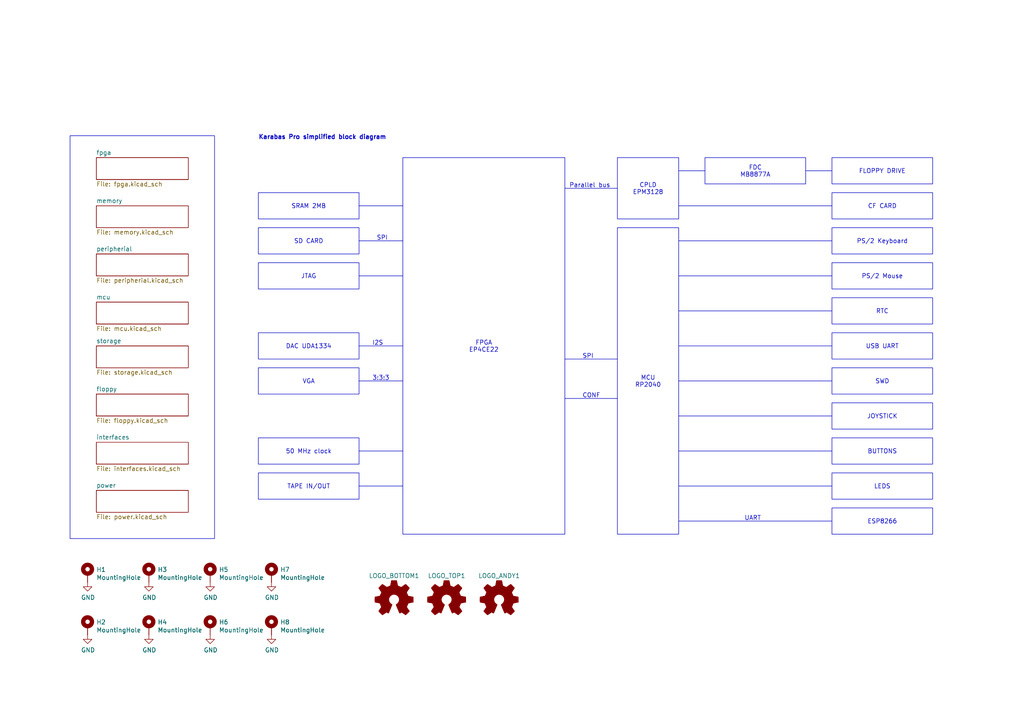
<source format=kicad_sch>
(kicad_sch (version 20250114) (generator "eeschema") (generator_version "9.0")
  (paper "A4")
  (title_block (title "Karabas Pro") (date "2024-05-01") (rev "F"))
  (lib_symbols
    (symbol "Graphic:Logo_Open_Hardware_Small" (in_bom no) (on_board no)
      (symbol "Logo_Open_Hardware_Small_0_1"
        (polyline (pts (xy 3.3528 -4.3434) (xy 3.302 -4.318) (xy 3.175 -4.2418) (xy 2.9972 -4.1148) (xy 2.7686 -3.9624) (xy 2.54 -3.81) (xy 2.3622 -3.7084) (xy 2.2352 -3.6068) (xy 2.1844 -3.5814) (xy 2.159 -3.6068) (xy 2.0574 -3.6576) (xy 1.905 -3.7338) (xy 1.8034 -3.7846) (xy 1.6764 -3.8354) (xy 1.6002 -3.8354) (xy 1.6002 -3.8354) (xy 1.5494 -3.7338) (xy 1.4732 -3.5306) (xy 1.3462 -3.302) (xy 1.2446 -3.0226) (xy 1.1176 -2.7178) (xy 0.9652 -2.413) (xy 0.8636 -2.1082) (xy 0.7366 -1.8288) (xy 0.6604 -1.6256) (xy 0.6096 -1.4732) (xy 0.5842 -1.397) (xy 0.5842 -1.397) (xy 0.6604 -1.3208) (xy 0.7874 -1.2446) (xy 1.0414 -1.016) (xy 1.2954 -0.6858) (xy 1.4478 -0.3302) (xy 1.524 0.0762) (xy 1.4732 0.4572) (xy 1.3208 0.8128) (xy 1.0668 1.143) (xy 0.762 1.3716) (xy 0.4064 1.524) (xy 0 1.5748) (xy -0.381 1.5494) (xy -0.7366 1.397) (xy -1.0668 1.143) (xy -1.2192 0.9906) (xy -1.397 0.6604) (xy -1.524 0.3048) (xy -1.524 0.2286) (xy -1.4986 -0.1778) (xy -1.397 -0.5334) (xy -1.1938 -0.8636) (xy -0.9144 -1.143) (xy -0.8636 -1.1684) (xy -0.7366 -1.27) (xy -0.635 -1.3462) (xy -0.5842 -1.397) (xy -1.0668 -2.5908) (xy -1.143 -2.794) (xy -1.2954 -3.1242) (xy -1.397 -3.4036) (xy -1.4986 -3.6322) (xy -1.5748 -3.7846) (xy -1.6002 -3.8354) (xy -1.6002 -3.8354) (xy -1.651 -3.8354) (xy -1.7272 -3.81) (xy -1.905 -3.7338) (xy -2.0066 -3.683) (xy -2.1336 -3.6068) (xy -2.2098 -3.5814) (xy -2.2606 -3.6068) (xy -2.3622 -3.683) (xy -2.54 -3.81) (xy -2.7686 -3.9624) (xy -2.9718 -4.0894) (xy -3.1496 -4.2164) (xy -3.302 -4.318) (xy -3.3528 -4.3434) (xy -3.3782 -4.3434) (xy -3.429 -4.318) (xy -3.5306 -4.2164) (xy -3.7084 -4.064) (xy -3.937 -3.8354) (xy -3.9624 -3.81) (xy -4.1656 -3.6068) (xy -4.318 -3.4544) (xy -4.4196 -3.3274) (xy -4.445 -3.2766) (xy -4.445 -3.2766) (xy -4.4196 -3.2258) (xy -4.318 -3.0734) (xy -4.2164 -2.8956) (xy -4.064 -2.667) (xy -3.6576 -2.0828) (xy -3.8862 -1.5494) (xy -3.937 -1.3716) (xy -4.0386 -1.1684) (xy -4.0894 -1.0414) (xy -4.1148 -0.9652) (xy -4.191 -0.9398) (xy -4.318 -0.9144) (xy -4.5466 -0.8636) (xy -4.8006 -0.8128) (xy -5.0546 -0.7874) (xy -5.2578 -0.7366) (xy -5.4356 -0.7112) (xy -5.5118 -0.6858) (xy -5.5118 -0.6858) (xy -5.5372 -0.635) (xy -5.5372 -0.5588) (xy -5.5372 -0.4318) (xy -5.5626 -0.2286) (xy -5.5626 0.0762) (xy -5.5626 0.127) (xy -5.5372 0.4064) (xy -5.5372 0.635) (xy -5.5372 0.762) (xy -5.5372 0.8382) (xy -5.5372 0.8382) (xy -5.461 0.8382) (xy -5.3086 0.889) (xy -5.08 0.9144) (xy -4.826 0.9652) (xy -4.8006 0.9906) (xy -4.5466 1.0414) (xy -4.318 1.0668) (xy -4.1656 1.1176) (xy -4.0894 1.143) (xy -4.0894 1.143) (xy -4.0386 1.2446) (xy -3.9624 1.4224) (xy -3.8608 1.6256) (xy -3.7846 1.8288) (xy -3.7084 2.0066) (xy -3.6576 2.159) (xy -3.6322 2.2098) (xy -3.6322 2.2098) (xy -3.683 2.286) (xy -3.7592 2.413) (xy -3.8862 2.5908) (xy -4.064 2.8194) (xy -4.064 2.8448) (xy -4.2164 3.0734) (xy -4.3434 3.2512) (xy -4.4196 3.3782) (xy -4.445 3.4544) (xy -4.445 3.4544) (xy -4.3942 3.5052) (xy -4.2926 3.6322) (xy -4.1148 3.81) (xy -3.937 4.0132) (xy -3.8608 4.064) (xy -3.6576 4.2926) (xy -3.5052 4.4196) (xy -3.4036 4.4958) (xy -3.3528 4.5212) (xy -3.3528 4.5212) (xy -3.302 4.4704) (xy -3.1496 4.3688) (xy -2.9718 4.2418) (xy -2.7432 4.0894) (xy -2.7178 4.0894) (xy -2.4892 3.937) (xy -2.3114 3.81) (xy -2.1844 3.7084) (xy -2.1336 3.683) (xy -2.1082 3.683) (xy -2.032 3.7084) (xy -1.8542 3.7592) (xy -1.6764 3.8354) (xy -1.4732 3.937) (xy -1.27 4.0132) (xy -1.143 4.064) (xy -1.0668 4.1148) (xy -1.0668 4.1148) (xy -1.0414 4.191) (xy -1.016 4.3434) (xy -0.9652 4.572) (xy -0.9144 4.8514) (xy -0.889 4.9022) (xy -0.8382 5.1562) (xy -0.8128 5.3848) (xy -0.7874 5.5372) (xy -0.762 5.588) (xy -0.7112 5.6134) (xy -0.5842 5.6134) (xy -0.4064 5.6134) (xy -0.1524 5.6134) (xy 0.0762 5.6134) (xy 0.3302 5.6134) (xy 0.5334 5.6134) (xy 0.6858 5.588) (xy 0.7366 5.588) (xy 0.7366 5.588) (xy 0.762 5.5118) (xy 0.8128 5.334) (xy 0.8382 5.1054) (xy 0.9144 4.826) (xy 0.9144 4.7752) (xy 0.9652 4.5212) (xy 1.016 4.2926) (xy 1.0414 4.1402) (xy 1.0668 4.0894) (xy 1.0668 4.0894) (xy 1.1938 4.0386) (xy 1.3716 3.9624) (xy 1.5748 3.8608) (xy 2.0828 3.6576) (xy 2.7178 4.0894) (xy 2.7686 4.1402) (xy 2.9972 4.2926) (xy 3.175 4.4196) (xy 3.302 4.4958) (xy 3.3782 4.5212) (xy 3.3782 4.5212) (xy 3.429 4.4704) (xy 3.556 4.3434) (xy 3.7338 4.191) (xy 3.9116 3.9878) (xy 4.064 3.8354) (xy 4.2418 3.6576) (xy 4.3434 3.556) (xy 4.4196 3.4798) (xy 4.4196 3.429) (xy 4.4196 3.4036) (xy 4.3942 3.3274) (xy 4.2926 3.2004) (xy 4.1656 2.9972) (xy 4.0132 2.794) (xy 3.8862 2.5908) (xy 3.7592 2.3876) (xy 3.6576 2.2352) (xy 3.6322 2.159) (xy 3.6322 2.1336) (xy 3.683 2.0066) (xy 3.7592 1.8288) (xy 3.8608 1.6002) (xy 4.064 1.1176) (xy 4.3942 1.0414) (xy 4.5974 1.016) (xy 4.8768 0.9652) (xy 5.1308 0.9144) (xy 5.5372 0.8382) (xy 5.5626 -0.6604) (xy 5.4864 -0.6858) (xy 5.4356 -0.6858) (xy 5.2832 -0.7366) (xy 5.0546 -0.762) (xy 4.8006 -0.8128) (xy 4.5974 -0.8636) (xy 4.3688 -0.9144) (xy 4.2164 -0.9398) (xy 4.1402 -0.9398) (xy 4.1148 -0.9652) (xy 4.064 -1.0668) (xy 3.9878 -1.2446) (xy 3.9116 -1.4478) (xy 3.81 -1.651) (xy 3.7338 -1.8542) (xy 3.683 -2.0066) (xy 3.6576 -2.0828) (xy 3.683 -2.1336) (xy 3.7846 -2.2606) (xy 3.8862 -2.4638) (xy 4.0386 -2.667) (xy 4.191 -2.8956) (xy 4.318 -3.0734) (xy 4.3942 -3.2004) (xy 4.445 -3.2766) (xy 4.4196 -3.3274) (xy 4.3434 -3.429) (xy 4.1656 -3.5814) (xy 3.937 -3.8354) (xy 3.8862 -3.8608) (xy 3.683 -4.064) (xy 3.5306 -4.2164) (xy 3.4036 -4.318) (xy 3.3528 -4.3434)) (fill (type outline)))
      )
    )
    (symbol "Mechanical:MountingHole_Pad" (pin_numbers (hide yes)) (pin_names (offset 1.016) (hide yes))
      (property "Reference" "H" (at 0 6.35 0))
      (property "Value" "MountingHole_Pad" (at 0 4.445 0))
      (symbol "MountingHole_Pad_0_1"
        (circle (center 0 1.27) (radius 1.27) (stroke (width 1.27)))
      )
      (symbol "MountingHole_Pad_1_1"
        (pin input line (at 0 -2.54 90) (length 2.54) (name "1") (number "1"))
      )
    )
    (symbol "power:GND" (power) (pin_names (offset 0))
      (property "Value" "GND" (at 0 -3.81 0))
      (symbol "GND_0_1"
        (polyline (pts (xy 0 0) (xy 0 -1.27) (xy 1.27 -1.27) (xy 0 -2.54) (xy -1.27 -1.27) (xy 0 -1.27)))
      )
      (symbol "GND_1_1"
        (pin power_in line (at 0 0 270) (length 0) (hide yes) (name "GND") (number "1"))
      )
    )
  )
  (rectangle (start 20.32 39.37) (end 62.23 156.21))
  (rectangle (start 104.14 59.69) (end 116.84 59.69))
  (rectangle (start 163.83 115.57) (end 179.07 115.57))
  (rectangle (start 104.14 140.97) (end 116.84 140.97))
  (rectangle (start 104.14 100.33) (end 116.84 100.33))
  (rectangle (start 196.85 140.97) (end 241.3 140.97))
  (rectangle (start 196.85 110.49) (end 241.3 110.49))
  (rectangle (start 196.85 59.69) (end 241.3 59.69))
  (rectangle (start 196.85 120.65) (end 241.3 120.65))
  (rectangle (start 196.85 90.17) (end 241.3 90.17))
  (rectangle (start 196.85 80.01) (end 241.3 80.01))
  (rectangle (start 233.68 49.53) (end 241.3 49.53))
  (rectangle (start 163.83 104.14) (end 179.07 104.14))
  (rectangle (start 196.85 100.33) (end 241.3 100.33))
  (rectangle (start 104.14 80.01) (end 116.84 80.01))
  (rectangle (start 196.85 49.53) (end 204.47 49.53))
  (rectangle (start 104.14 130.81) (end 116.84 130.81))
  (rectangle (start 196.85 151.13) (end 241.3 151.13))
  (rectangle (start 104.14 110.49) (end 116.84 110.49))
  (rectangle (start 104.14 69.85) (end 116.84 69.85))
  (rectangle (start 163.83 54.61) (end 179.07 54.61))
  (rectangle (start 196.85 130.81) (end 241.3 130.81))
  (rectangle (start 196.85 69.85) (end 241.3 69.85))
  (text "I2S" (at 107.95 100.33 0) (effects (font (size 1.27 1.27)) (justify left bottom)))
  (text "Parallel bus" (at 165.1 54.61 0) (effects (font (size 1.27 1.27)) (justify left bottom)))
  (text "3:3:3" (at 107.95 110.49 0) (effects (font (size 1.27 1.27)) (justify left bottom)))
  (text "Karabas Pro simplified block diagram" (at 74.93 40.64 0) (effects (font (size 1.27 1.27) (thickness 0.254) (bold yes)) (justify left bottom)))
  (text "UART" (at 215.9 151.13 0) (effects (font (size 1.27 1.27)) (justify left bottom)))
  (text "SPI" (at 109.22 69.85 0) (effects (font (size 1.27 1.27)) (justify left bottom)))
  (text "SPI" (at 168.91 104.14 0) (effects (font (size 1.27 1.27)) (justify left bottom)))
  (text "CONF" (at 168.91 115.57 0) (effects (font (size 1.27 1.27)) (justify left bottom)))
  (text_box "PS/2 Keyboard" (at 241.3 66.04 0) (size 29.21 7.62) (margins 0.9525 0.9525 0.9525 0.9525) (effects (font (size 1.27 1.27))))
  (text_box "FDC\nMB8877A" (at 204.47 45.72 0) (size 29.21 7.62) (margins 0.9525 0.9525 0.9525 0.9525) (effects (font (size 1.27 1.27))))
  (text_box "CPLD\nEPM3128" (at 179.07 45.72 0) (size 17.78 17.78) (margins 0.9525 0.9525 0.9525 0.9525) (effects (font (size 1.27 1.27))))
  (text_box "50 MHz clock" (at 74.93 127 0) (size 29.21 7.62) (margins 0.9525 0.9525 0.9525 0.9525) (effects (font (size 1.27 1.27))))
  (text_box "JTAG" (at 74.93 76.2 0) (size 29.21 7.62) (margins 0.9525 0.9525 0.9525 0.9525) (effects (font (size 1.27 1.27))))
  (text_box "RTC" (at 241.3 86.36 0) (size 29.21 7.62) (margins 0.9525 0.9525 0.9525 0.9525) (effects (font (size 1.27 1.27))))
  (text_box "ESP8266" (at 241.3 147.32 0) (size 29.21 7.62) (margins 0.9525 0.9525 0.9525 0.9525) (effects (font (size 1.27 1.27))))
  (text_box "BUTTONS" (at 241.3 127 0) (size 29.21 7.62) (margins 0.9525 0.9525 0.9525 0.9525) (effects (font (size 1.27 1.27))))
  (text_box "PS/2 Mouse" (at 241.3 76.2 0) (size 29.21 7.62) (margins 0.9525 0.9525 0.9525 0.9525) (effects (font (size 1.27 1.27))))
  (text_box "USB UART" (at 241.3 96.52 0) (size 29.21 7.62) (margins 0.9525 0.9525 0.9525 0.9525) (effects (font (size 1.27 1.27))))
  (text_box "JOYSTICK" (at 241.3 116.84 0) (size 29.21 7.62) (margins 0.9525 0.9525 0.9525 0.9525) (effects (font (size 1.27 1.27))))
  (text_box "SWD" (at 241.3 106.68 0) (size 29.21 7.62) (margins 0.9525 0.9525 0.9525 0.9525) (effects (font (size 1.27 1.27))))
  (text_box "CF CARD" (at 241.3 55.88 0) (size 29.21 7.62) (margins 0.9525 0.9525 0.9525 0.9525) (effects (font (size 1.27 1.27))))
  (text_box "VGA" (at 74.93 106.68 0) (size 29.21 7.62) (margins 0.9525 0.9525 0.9525 0.9525) (effects (font (size 1.27 1.27))))
  (text_box "SD CARD" (at 74.93 66.04 0) (size 29.21 7.62) (margins 0.9525 0.9525 0.9525 0.9525) (effects (font (size 1.27 1.27))))
  (text_box "TAPE IN/OUT" (at 74.93 137.16 0) (size 29.21 7.62) (margins 0.9525 0.9525 0.9525 0.9525) (effects (font (size 1.27 1.27))))
  (text_box "SRAM 2MB" (at 74.93 55.88 0) (size 29.21 7.62) (margins 0.9525 0.9525 0.9525 0.9525) (effects (font (size 1.27 1.27))))
  (text_box "LEDS" (at 241.3 137.16 0) (size 29.21 7.62) (margins 0.9525 0.9525 0.9525 0.9525) (effects (font (size 1.27 1.27))))
  (text_box "FLOPPY DRIVE" (at 241.3 45.72 0) (size 29.21 7.62) (margins 0.9525 0.9525 0.9525 0.9525) (effects (font (size 1.27 1.27))))
  (text_box "FPGA\nEP4CE22" (at 116.84 45.72 0) (size 46.99 109.22) (margins 0.9525 0.9525 0.9525 0.9525) (effects (font (size 1.27 1.27))))
  (text_box "DAC UDA1334" (at 74.93 96.52 0) (size 29.21 7.62) (margins 0.9525 0.9525 0.9525 0.9525) (effects (font (size 1.27 1.27))))
  (text_box "MCU\nRP2040" (at 179.07 66.04 0) (size 17.78 88.9) (margins 0.9525 0.9525 0.9525 0.9525) (effects (font (size 1.27 1.27))))
  (symbol (lib_id "Mechanical:MountingHole_Pad") (at 25.4 181.61 0) (unit 1)
    (property "Reference" "H2" (at 27.94 180.4416 0) (effects (justify left)))
    (property "Value" "MountingHole" (at 27.94 182.753 0) (effects (justify left)))
    (property "Footprint" "MountingHole:MountingHole_3.5mm_Pad_Via" (effects (hide yes)))
  )
  (symbol (lib_id "Mechanical:MountingHole_Pad") (at 43.18 181.61 0) (unit 1)
    (property "Reference" "H4" (at 45.72 180.4416 0) (effects (justify left)))
    (property "Value" "MountingHole" (at 45.72 182.753 0) (effects (justify left)))
    (property "Footprint" "MountingHole:MountingHole_3.5mm_Pad_Via" (effects (hide yes)))
  )
  (symbol (lib_id "Mechanical:MountingHole_Pad") (at 60.96 181.61 0) (unit 1)
    (property "Reference" "H6" (at 63.5 180.4416 0) (effects (justify left)))
    (property "Value" "MountingHole" (at 63.5 182.753 0) (effects (justify left)))
    (property "Footprint" "MountingHole:MountingHole_3.5mm_Pad_Via" (effects (hide yes)))
  )
  (symbol (lib_id "Mechanical:MountingHole_Pad") (at 78.74 181.61 0) (unit 1)
    (property "Reference" "H8" (at 81.28 180.4416 0) (effects (justify left)))
    (property "Value" "MountingHole" (at 81.28 182.753 0) (effects (justify left)))
    (property "Footprint" "MountingHole:MountingHole_3.5mm_Pad_Via" (effects (hide yes)))
  )
  (symbol (lib_id "Mechanical:MountingHole_Pad") (at 25.4 166.37 0) (unit 1)
    (property "Reference" "H1" (at 27.94 165.2016 0) (effects (justify left)))
    (property "Value" "MountingHole" (at 27.94 167.513 0) (effects (justify left)))
    (property "Footprint" "MountingHole:MountingHole_3.5mm_Pad_Via" (effects (hide yes)))
  )
  (symbol (lib_id "Mechanical:MountingHole_Pad") (at 43.18 166.37 0) (unit 1)
    (property "Reference" "H3" (at 45.72 165.2016 0) (effects (justify left)))
    (property "Value" "MountingHole" (at 45.72 167.513 0) (effects (justify left)))
    (property "Footprint" "MountingHole:MountingHole_3.5mm_Pad_Via" (effects (hide yes)))
  )
  (symbol (lib_id "Mechanical:MountingHole_Pad") (at 60.96 166.37 0) (unit 1)
    (property "Reference" "H5" (at 63.5 165.2016 0) (effects (justify left)))
    (property "Value" "MountingHole" (at 63.5 167.513 0) (effects (justify left)))
    (property "Footprint" "MountingHole:MountingHole_3.5mm_Pad_Via" (effects (hide yes)))
  )
  (symbol (lib_id "Mechanical:MountingHole_Pad") (at 78.74 166.37 0) (unit 1)
    (property "Reference" "H7" (at 81.28 165.2016 0) (effects (justify left)))
    (property "Value" "MountingHole" (at 81.28 167.513 0) (effects (justify left)))
    (property "Footprint" "MountingHole:MountingHole_3.5mm_Pad_Via" (effects (hide yes)))
  )
  (symbol (lib_id "power:GND") (at 25.4 168.91 0) (unit 1)
    (property "Reference" "#PWR01" (effects (hide yes)))
    (property "Value" "GND" (at 25.527 173.3042 0))
  )
  (symbol (lib_id "power:GND") (at 43.18 168.91 0) (unit 1)
    (property "Reference" "#PWR03" (effects (hide yes)))
    (property "Value" "GND" (at 43.307 173.3042 0))
  )
  (symbol (lib_id "power:GND") (at 60.96 168.91 0) (unit 1)
    (property "Reference" "#PWR05" (effects (hide yes)))
    (property "Value" "GND" (at 61.087 173.3042 0))
  )
  (symbol (lib_id "power:GND") (at 78.74 168.91 0) (unit 1)
    (property "Reference" "#PWR07" (effects (hide yes)))
    (property "Value" "GND" (at 78.867 173.3042 0))
  )
  (symbol (lib_id "power:GND") (at 25.4 184.15 0) (unit 1)
    (property "Reference" "#PWR02" (effects (hide yes)))
    (property "Value" "GND" (at 25.527 188.5442 0))
  )
  (symbol (lib_id "power:GND") (at 43.18 184.15 0) (unit 1)
    (property "Reference" "#PWR04" (effects (hide yes)))
    (property "Value" "GND" (at 43.307 188.5442 0))
  )
  (symbol (lib_id "power:GND") (at 60.96 184.15 0) (unit 1)
    (property "Reference" "#PWR06" (effects (hide yes)))
    (property "Value" "GND" (at 61.087 188.5442 0))
  )
  (symbol (lib_id "power:GND") (at 78.74 184.15 0) (unit 1)
    (property "Reference" "#PWR08" (effects (hide yes)))
    (property "Value" "GND" (at 78.867 188.5442 0))
  )
  (symbol (lib_id "Graphic:Logo_Open_Hardware_Small") (at 129.54 173.99 0) (unit 1) (exclude_from_sim yes) (in_bom no)
    (property "Reference" "LOGO_TOP1" (at 129.54 167.005 0))
    (property "Value" "Logo_Open_Hardware_Small" (effects (hide yes)))
    (property "Footprint" "footprints:karabas_pro_logo4_copper" (effects (hide yes)))
  )
  (symbol (lib_id "Graphic:Logo_Open_Hardware_Small") (at 114.3 173.99 0) (unit 1) (exclude_from_sim yes) (in_bom no)
    (property "Reference" "LOGO_BOTTOM1" (at 114.3 167.005 0))
    (property "Value" "Logo_Open_Hardware_Small" (effects (hide yes)))
    (property "Footprint" "footprints:karabas_pro_logo4_copper" (effects (hide yes)))
  )
  (symbol (lib_id "Graphic:Logo_Open_Hardware_Small") (at 144.78 173.99 0) (unit 1) (exclude_from_sim yes) (in_bom no)
    (property "Reference" "LOGO_ANDY1" (at 144.78 167.005 0))
    (property "Value" "Logo_Open_Hardware_Small" (effects (hide yes)))
    (property "Footprint" "footprints:andy_karpov_logo4_silk" (effects (hide yes)))
  )
  (sheet (at 27.94 87.63) (size 26.67 6.35) (stroke (width 0.1524))
    (property "Sheetname" "mcu" (at 27.94 86.9184 0) (effects (justify left bottom)))
    (property "Sheetfile" "mcu.kicad_sch" (at 27.94 94.5646 0) (effects (justify left top)))
  )
  (sheet (at 27.94 100.33) (size 26.67 6.35) (stroke (width 0.1524))
    (property "Sheetname" "storage" (at 27.94 99.6184 0) (effects (justify left bottom)))
    (property "Sheetfile" "storage.kicad_sch" (at 27.94 107.2646 0) (effects (justify left top)))
  )
  (sheet (at 27.94 128.27) (size 26.67 6.35) (stroke (width 0.1524))
    (property "Sheetname" "interfaces" (at 27.94 127.5584 0) (effects (justify left bottom)))
    (property "Sheetfile" "interfaces.kicad_sch" (at 27.94 135.2046 0) (effects (justify left top)))
  )
  (sheet (at 27.94 114.3) (size 26.67 6.35) (stroke (width 0.1524))
    (property "Sheetname" "floppy" (at 27.94 113.5884 0) (effects (justify left bottom)))
    (property "Sheetfile" "floppy.kicad_sch" (at 27.94 121.2346 0) (effects (justify left top)))
  )
  (sheet (at 27.94 73.66) (size 26.67 6.35) (stroke (width 0.1524))
    (property "Sheetname" "peripherial" (at 27.94 72.9484 0) (effects (justify left bottom)))
    (property "Sheetfile" "peripherial.kicad_sch" (at 27.94 80.5946 0) (effects (justify left top)))
  )
  (sheet (at 27.94 142.24) (size 26.67 6.35) (stroke (width 0.1524))
    (property "Sheetname" "power" (at 27.94 141.5284 0) (effects (justify left bottom)))
    (property "Sheetfile" "power.kicad_sch" (at 27.94 149.1746 0) (effects (justify left top)))
  )
  (sheet (at 27.94 59.69) (size 26.67 6.35) (stroke (width 0.1524))
    (property "Sheetname" "memory" (at 27.94 58.9784 0) (effects (justify left bottom)))
    (property "Sheetfile" "memory.kicad_sch" (at 27.94 66.6246 0) (effects (justify left top)))
  )
  (sheet (at 27.94 45.72) (size 26.67 6.35) (stroke (width 0.1524))
    (property "Sheetname" "fpga" (at 27.94 45.0084 0) (effects (justify left bottom)))
    (property "Sheetfile" "fpga.kicad_sch" (at 27.94 52.6546 0) (effects (justify left top)))
  )
)
</source>
